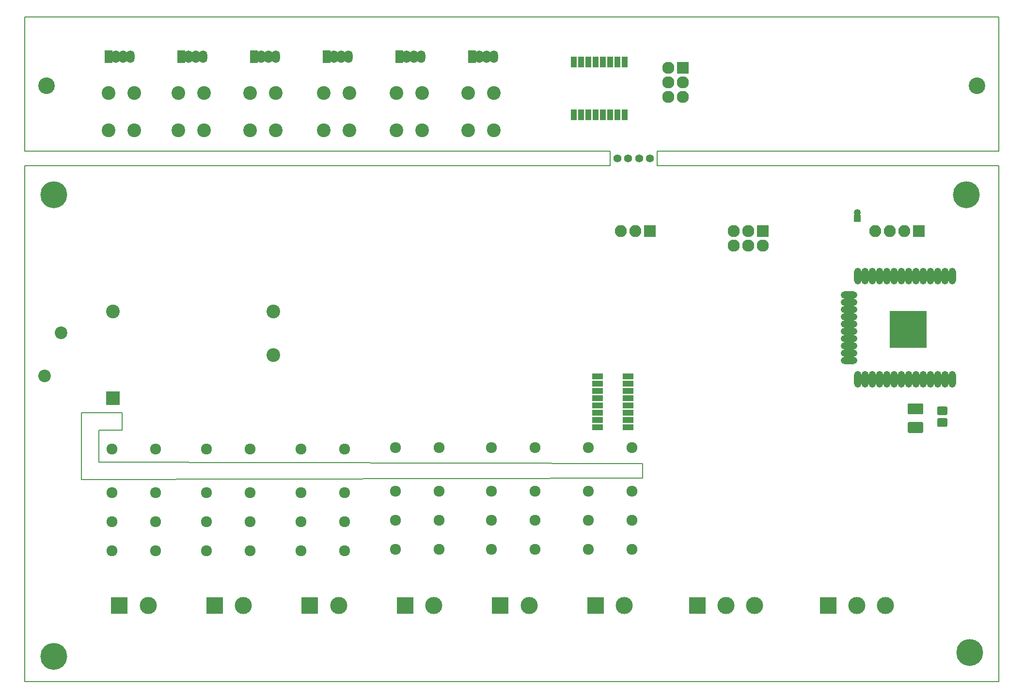
<source format=gbr>
%TF.GenerationSoftware,KiCad,Pcbnew,(5.0.0)*%
%TF.CreationDate,2018-09-12T13:39:33+01:00*%
%TF.ProjectId,AquaHub,417175614875622E6B696361645F7063,rev?*%
%TF.SameCoordinates,Original*%
%TF.FileFunction,Soldermask,Bot*%
%TF.FilePolarity,Negative*%
%FSLAX46Y46*%
G04 Gerber Fmt 4.6, Leading zero omitted, Abs format (unit mm)*
G04 Created by KiCad (PCBNEW (5.0.0)) date 09/12/18 13:39:33*
%MOMM*%
%LPD*%
G01*
G04 APERTURE LIST*
%ADD10C,0.200000*%
%ADD11C,2.200000*%
%ADD12R,2.127200X2.127200*%
%ADD13O,2.127200X2.127200*%
%ADD14R,1.000000X1.900000*%
%ADD15O,1.470000X2.200000*%
%ADD16R,1.470000X2.200000*%
%ADD17C,2.400000*%
%ADD18R,2.400000X2.400000*%
%ADD19O,2.100000X2.100000*%
%ADD20R,2.100000X2.100000*%
%ADD21C,1.924000*%
%ADD22C,4.700000*%
%ADD23R,1.900000X1.000000*%
%ADD24C,0.150000*%
%ADD25C,1.550000*%
%ADD26C,1.900000*%
%ADD27C,2.900000*%
%ADD28C,1.400000*%
%ADD29C,3.000000*%
%ADD30R,3.000000X3.000000*%
%ADD31O,1.300000X2.900000*%
%ADD32O,2.900000X1.300000*%
%ADD33R,6.400000X6.400000*%
%ADD34R,1.250000X1.250000*%
%ADD35O,1.250000X1.250000*%
G04 APERTURE END LIST*
D10*
X55118000Y-106680000D02*
X48006000Y-106680000D01*
X55118000Y-109728000D02*
X55118000Y-106680000D01*
X51054000Y-109728000D02*
X55118000Y-109728000D01*
X146050000Y-115570000D02*
X146050000Y-118110000D01*
X140335000Y-63500000D02*
X140335000Y-60960000D01*
X148590000Y-60960000D02*
X148590000Y-63500000D01*
X148590000Y-63500000D02*
X208280000Y-63500000D01*
X208280000Y-60960000D02*
X148590000Y-60960000D01*
X208280000Y-37465000D02*
X208280000Y-60960000D01*
X38100000Y-37465000D02*
X208280000Y-37465000D01*
X38100000Y-60960000D02*
X38100000Y-37465000D01*
X140335000Y-60960000D02*
X38100000Y-60960000D01*
X48006000Y-118364000D02*
X48006000Y-106680000D01*
X146050000Y-118110000D02*
X48006000Y-118364000D01*
X51054000Y-115316000D02*
X146050000Y-115570000D01*
X51054000Y-109728000D02*
X51054000Y-115316000D01*
X38100000Y-153670000D02*
X208280000Y-153670000D01*
X38100000Y-63500000D02*
X38100000Y-153670000D01*
X140335000Y-63500000D02*
X38100000Y-63500000D01*
X208280000Y-63500000D02*
X208280000Y-153670000D01*
D11*
X41550000Y-100210000D03*
X44450000Y-92710000D03*
D12*
X153035000Y-46355000D03*
D13*
X150495000Y-46355000D03*
X153035000Y-48895000D03*
X150495000Y-48895000D03*
X153035000Y-51435000D03*
X150495000Y-51435000D03*
D14*
X142875000Y-54610000D03*
X141605000Y-54610000D03*
X140335000Y-54610000D03*
X139065000Y-54610000D03*
X137795000Y-54610000D03*
X136525000Y-54610000D03*
X135255000Y-54610000D03*
X133985000Y-54610000D03*
X133985000Y-45310000D03*
X135255000Y-45310000D03*
X136525000Y-45310000D03*
X137795000Y-45310000D03*
X139065000Y-45310000D03*
X140335000Y-45310000D03*
X141605000Y-45310000D03*
X142875000Y-45310000D03*
D13*
X161925000Y-77470000D03*
X161925000Y-74930000D03*
X164465000Y-77470000D03*
X164465000Y-74930000D03*
X167005000Y-77470000D03*
D12*
X167005000Y-74930000D03*
D15*
X120015000Y-44450000D03*
X118745000Y-44450000D03*
X117475000Y-44450000D03*
D16*
X116205000Y-44450000D03*
D17*
X115515000Y-50800000D03*
X120015000Y-50800000D03*
X115515000Y-57300000D03*
X120015000Y-57300000D03*
X69365000Y-57300000D03*
X64865000Y-57300000D03*
X69365000Y-50800000D03*
X64865000Y-50800000D03*
X81453344Y-88927320D03*
X81452344Y-96547320D03*
X53465000Y-88927320D03*
D18*
X53465000Y-104140000D03*
D19*
X142240000Y-74930000D03*
X144780000Y-74930000D03*
D20*
X147320000Y-74930000D03*
D21*
X60960000Y-113030000D03*
X60960000Y-120650000D03*
X60960000Y-125730000D03*
X60960000Y-130810000D03*
X53340000Y-130810000D03*
X53340000Y-125730000D03*
X53340000Y-120650000D03*
X53340000Y-113030000D03*
X77470000Y-113030000D03*
X77470000Y-120650000D03*
X77470000Y-125730000D03*
X77470000Y-130810000D03*
X69850000Y-130810000D03*
X69850000Y-125730000D03*
X69850000Y-120650000D03*
X69850000Y-113030000D03*
X93980000Y-113030000D03*
X93980000Y-120650000D03*
X93980000Y-125730000D03*
X93980000Y-130810000D03*
X86360000Y-130810000D03*
X86360000Y-125730000D03*
X86360000Y-120650000D03*
X86360000Y-113030000D03*
X110490000Y-112776000D03*
X110490000Y-120396000D03*
X110490000Y-125476000D03*
X110490000Y-130556000D03*
X102870000Y-130556000D03*
X102870000Y-125476000D03*
X102870000Y-120396000D03*
X102870000Y-112776000D03*
X127254000Y-112776000D03*
X127254000Y-120396000D03*
X127254000Y-125476000D03*
X127254000Y-130556000D03*
X119634000Y-130556000D03*
X119634000Y-125476000D03*
X119634000Y-120396000D03*
X119634000Y-112776000D03*
X144145000Y-112776000D03*
X144145000Y-120396000D03*
X144145000Y-125476000D03*
X144145000Y-130556000D03*
X136525000Y-130556000D03*
X136525000Y-125476000D03*
X136525000Y-120396000D03*
X136525000Y-112776000D03*
D22*
X43180000Y-68580000D03*
X43180000Y-149225000D03*
X202565000Y-68580000D03*
X203200000Y-148590000D03*
D23*
X138110000Y-100330000D03*
X138110000Y-101600000D03*
X138110000Y-102870000D03*
X138110000Y-104140000D03*
X138110000Y-105410000D03*
X138110000Y-106680000D03*
X138110000Y-107950000D03*
X138110000Y-109220000D03*
X143510000Y-109220000D03*
X143510000Y-107950000D03*
X143510000Y-106680000D03*
X143510000Y-105410000D03*
X143510000Y-104140000D03*
X143510000Y-102870000D03*
X143510000Y-101600000D03*
X143510000Y-100330000D03*
D19*
X186690000Y-74930000D03*
X189230000Y-74930000D03*
X191770000Y-74930000D03*
D20*
X194310000Y-74930000D03*
D24*
G36*
X198961071Y-107566623D02*
X198993781Y-107571475D01*
X199025857Y-107579509D01*
X199056991Y-107590649D01*
X199086884Y-107604787D01*
X199115247Y-107621787D01*
X199141807Y-107641485D01*
X199166308Y-107663692D01*
X199188515Y-107688193D01*
X199208213Y-107714753D01*
X199225213Y-107743116D01*
X199239351Y-107773009D01*
X199250491Y-107804143D01*
X199258525Y-107836219D01*
X199263377Y-107868929D01*
X199265000Y-107901956D01*
X199265000Y-108778044D01*
X199263377Y-108811071D01*
X199258525Y-108843781D01*
X199250491Y-108875857D01*
X199239351Y-108906991D01*
X199225213Y-108936884D01*
X199208213Y-108965247D01*
X199188515Y-108991807D01*
X199166308Y-109016308D01*
X199141807Y-109038515D01*
X199115247Y-109058213D01*
X199086884Y-109075213D01*
X199056991Y-109089351D01*
X199025857Y-109100491D01*
X198993781Y-109108525D01*
X198961071Y-109113377D01*
X198928044Y-109115000D01*
X197801956Y-109115000D01*
X197768929Y-109113377D01*
X197736219Y-109108525D01*
X197704143Y-109100491D01*
X197673009Y-109089351D01*
X197643116Y-109075213D01*
X197614753Y-109058213D01*
X197588193Y-109038515D01*
X197563692Y-109016308D01*
X197541485Y-108991807D01*
X197521787Y-108965247D01*
X197504787Y-108936884D01*
X197490649Y-108906991D01*
X197479509Y-108875857D01*
X197471475Y-108843781D01*
X197466623Y-108811071D01*
X197465000Y-108778044D01*
X197465000Y-107901956D01*
X197466623Y-107868929D01*
X197471475Y-107836219D01*
X197479509Y-107804143D01*
X197490649Y-107773009D01*
X197504787Y-107743116D01*
X197521787Y-107714753D01*
X197541485Y-107688193D01*
X197563692Y-107663692D01*
X197588193Y-107641485D01*
X197614753Y-107621787D01*
X197643116Y-107604787D01*
X197673009Y-107590649D01*
X197704143Y-107579509D01*
X197736219Y-107571475D01*
X197768929Y-107566623D01*
X197801956Y-107565000D01*
X198928044Y-107565000D01*
X198961071Y-107566623D01*
X198961071Y-107566623D01*
G37*
D25*
X198365000Y-108340000D03*
D24*
G36*
X198961071Y-105516623D02*
X198993781Y-105521475D01*
X199025857Y-105529509D01*
X199056991Y-105540649D01*
X199086884Y-105554787D01*
X199115247Y-105571787D01*
X199141807Y-105591485D01*
X199166308Y-105613692D01*
X199188515Y-105638193D01*
X199208213Y-105664753D01*
X199225213Y-105693116D01*
X199239351Y-105723009D01*
X199250491Y-105754143D01*
X199258525Y-105786219D01*
X199263377Y-105818929D01*
X199265000Y-105851956D01*
X199265000Y-106728044D01*
X199263377Y-106761071D01*
X199258525Y-106793781D01*
X199250491Y-106825857D01*
X199239351Y-106856991D01*
X199225213Y-106886884D01*
X199208213Y-106915247D01*
X199188515Y-106941807D01*
X199166308Y-106966308D01*
X199141807Y-106988515D01*
X199115247Y-107008213D01*
X199086884Y-107025213D01*
X199056991Y-107039351D01*
X199025857Y-107050491D01*
X198993781Y-107058525D01*
X198961071Y-107063377D01*
X198928044Y-107065000D01*
X197801956Y-107065000D01*
X197768929Y-107063377D01*
X197736219Y-107058525D01*
X197704143Y-107050491D01*
X197673009Y-107039351D01*
X197643116Y-107025213D01*
X197614753Y-107008213D01*
X197588193Y-106988515D01*
X197563692Y-106966308D01*
X197541485Y-106941807D01*
X197521787Y-106915247D01*
X197504787Y-106886884D01*
X197490649Y-106856991D01*
X197479509Y-106825857D01*
X197471475Y-106793781D01*
X197466623Y-106761071D01*
X197465000Y-106728044D01*
X197465000Y-105851956D01*
X197466623Y-105818929D01*
X197471475Y-105786219D01*
X197479509Y-105754143D01*
X197490649Y-105723009D01*
X197504787Y-105693116D01*
X197521787Y-105664753D01*
X197541485Y-105638193D01*
X197563692Y-105613692D01*
X197588193Y-105591485D01*
X197614753Y-105571787D01*
X197643116Y-105554787D01*
X197673009Y-105540649D01*
X197704143Y-105529509D01*
X197736219Y-105521475D01*
X197768929Y-105516623D01*
X197801956Y-105515000D01*
X198928044Y-105515000D01*
X198961071Y-105516623D01*
X198961071Y-105516623D01*
G37*
D25*
X198365000Y-106290000D03*
D24*
G36*
X194764372Y-108271525D02*
X194795112Y-108276085D01*
X194825257Y-108283636D01*
X194854516Y-108294105D01*
X194882609Y-108307392D01*
X194909264Y-108323368D01*
X194934224Y-108341880D01*
X194957250Y-108362750D01*
X194978120Y-108385776D01*
X194996632Y-108410736D01*
X195012608Y-108437391D01*
X195025895Y-108465484D01*
X195036364Y-108494743D01*
X195043915Y-108524888D01*
X195048475Y-108555628D01*
X195050000Y-108586667D01*
X195050000Y-109853333D01*
X195048475Y-109884372D01*
X195043915Y-109915112D01*
X195036364Y-109945257D01*
X195025895Y-109974516D01*
X195012608Y-110002609D01*
X194996632Y-110029264D01*
X194978120Y-110054224D01*
X194957250Y-110077250D01*
X194934224Y-110098120D01*
X194909264Y-110116632D01*
X194882609Y-110132608D01*
X194854516Y-110145895D01*
X194825257Y-110156364D01*
X194795112Y-110163915D01*
X194764372Y-110168475D01*
X194733333Y-110170000D01*
X192616667Y-110170000D01*
X192585628Y-110168475D01*
X192554888Y-110163915D01*
X192524743Y-110156364D01*
X192495484Y-110145895D01*
X192467391Y-110132608D01*
X192440736Y-110116632D01*
X192415776Y-110098120D01*
X192392750Y-110077250D01*
X192371880Y-110054224D01*
X192353368Y-110029264D01*
X192337392Y-110002609D01*
X192324105Y-109974516D01*
X192313636Y-109945257D01*
X192306085Y-109915112D01*
X192301525Y-109884372D01*
X192300000Y-109853333D01*
X192300000Y-108586667D01*
X192301525Y-108555628D01*
X192306085Y-108524888D01*
X192313636Y-108494743D01*
X192324105Y-108465484D01*
X192337392Y-108437391D01*
X192353368Y-108410736D01*
X192371880Y-108385776D01*
X192392750Y-108362750D01*
X192415776Y-108341880D01*
X192440736Y-108323368D01*
X192467391Y-108307392D01*
X192495484Y-108294105D01*
X192524743Y-108283636D01*
X192554888Y-108276085D01*
X192585628Y-108271525D01*
X192616667Y-108270000D01*
X194733333Y-108270000D01*
X194764372Y-108271525D01*
X194764372Y-108271525D01*
G37*
D26*
X193675000Y-109220000D03*
D24*
G36*
X194764372Y-105021525D02*
X194795112Y-105026085D01*
X194825257Y-105033636D01*
X194854516Y-105044105D01*
X194882609Y-105057392D01*
X194909264Y-105073368D01*
X194934224Y-105091880D01*
X194957250Y-105112750D01*
X194978120Y-105135776D01*
X194996632Y-105160736D01*
X195012608Y-105187391D01*
X195025895Y-105215484D01*
X195036364Y-105244743D01*
X195043915Y-105274888D01*
X195048475Y-105305628D01*
X195050000Y-105336667D01*
X195050000Y-106603333D01*
X195048475Y-106634372D01*
X195043915Y-106665112D01*
X195036364Y-106695257D01*
X195025895Y-106724516D01*
X195012608Y-106752609D01*
X194996632Y-106779264D01*
X194978120Y-106804224D01*
X194957250Y-106827250D01*
X194934224Y-106848120D01*
X194909264Y-106866632D01*
X194882609Y-106882608D01*
X194854516Y-106895895D01*
X194825257Y-106906364D01*
X194795112Y-106913915D01*
X194764372Y-106918475D01*
X194733333Y-106920000D01*
X192616667Y-106920000D01*
X192585628Y-106918475D01*
X192554888Y-106913915D01*
X192524743Y-106906364D01*
X192495484Y-106895895D01*
X192467391Y-106882608D01*
X192440736Y-106866632D01*
X192415776Y-106848120D01*
X192392750Y-106827250D01*
X192371880Y-106804224D01*
X192353368Y-106779264D01*
X192337392Y-106752609D01*
X192324105Y-106724516D01*
X192313636Y-106695257D01*
X192306085Y-106665112D01*
X192301525Y-106634372D01*
X192300000Y-106603333D01*
X192300000Y-105336667D01*
X192301525Y-105305628D01*
X192306085Y-105274888D01*
X192313636Y-105244743D01*
X192324105Y-105215484D01*
X192337392Y-105187391D01*
X192353368Y-105160736D01*
X192371880Y-105135776D01*
X192392750Y-105112750D01*
X192415776Y-105091880D01*
X192440736Y-105073368D01*
X192467391Y-105057392D01*
X192495484Y-105044105D01*
X192524743Y-105033636D01*
X192554888Y-105026085D01*
X192585628Y-105021525D01*
X192616667Y-105020000D01*
X194733333Y-105020000D01*
X194764372Y-105021525D01*
X194764372Y-105021525D01*
G37*
D26*
X193675000Y-105970000D03*
D15*
X107315000Y-44450000D03*
X106045000Y-44450000D03*
X104775000Y-44450000D03*
D16*
X103505000Y-44450000D03*
D15*
X94615000Y-44450000D03*
X93345000Y-44450000D03*
X92075000Y-44450000D03*
D16*
X90805000Y-44450000D03*
D15*
X81915000Y-44450000D03*
X80645000Y-44450000D03*
X79375000Y-44450000D03*
D16*
X78105000Y-44450000D03*
D15*
X69215000Y-44450000D03*
X67945000Y-44450000D03*
X66675000Y-44450000D03*
D16*
X65405000Y-44450000D03*
D15*
X56515000Y-44450000D03*
X55245000Y-44450000D03*
X53975000Y-44450000D03*
D16*
X52705000Y-44450000D03*
D27*
X204470000Y-49530000D03*
X41910000Y-49530000D03*
D17*
X102965000Y-50800000D03*
X107465000Y-50800000D03*
X102965000Y-57300000D03*
X107465000Y-57300000D03*
X94765000Y-57300000D03*
X90265000Y-57300000D03*
X94765000Y-50800000D03*
X90265000Y-50800000D03*
X77415000Y-50800000D03*
X81915000Y-50800000D03*
X77415000Y-57300000D03*
X81915000Y-57300000D03*
X57205000Y-57300000D03*
X52705000Y-57300000D03*
X57205000Y-50800000D03*
X52705000Y-50800000D03*
D28*
X147320000Y-62230000D03*
X145415000Y-62230000D03*
X143510000Y-62230000D03*
X141605000Y-62230000D03*
D29*
X92884000Y-140335000D03*
D30*
X87884000Y-140335000D03*
X104521000Y-140335000D03*
D29*
X109521000Y-140335000D03*
X126158000Y-140335000D03*
D30*
X121158000Y-140335000D03*
D29*
X59610000Y-140335000D03*
D30*
X54610000Y-140335000D03*
X178435000Y-140335000D03*
D29*
X183435000Y-140335000D03*
X188435000Y-140335000D03*
D31*
X200105000Y-82775000D03*
X198835000Y-82775000D03*
X197565000Y-82775000D03*
X196295000Y-82775000D03*
X195025000Y-82775000D03*
X193755000Y-82775000D03*
X192485000Y-82775000D03*
X191215000Y-82775000D03*
X189945000Y-82775000D03*
X188675000Y-82775000D03*
X187405000Y-82775000D03*
X186135000Y-82775000D03*
X184865000Y-82775000D03*
X183595000Y-82775000D03*
D32*
X182105000Y-86060000D03*
X182105000Y-87330000D03*
X182105000Y-88600000D03*
X182105000Y-89870000D03*
X182105000Y-91140000D03*
X182105000Y-92410000D03*
X182105000Y-93680000D03*
X182105000Y-94950000D03*
X182105000Y-96220000D03*
X182105000Y-97490000D03*
D31*
X183595000Y-100775000D03*
X184865000Y-100775000D03*
X186135000Y-100775000D03*
X187405000Y-100775000D03*
X188675000Y-100775000D03*
X189945000Y-100775000D03*
X191215000Y-100775000D03*
X192485000Y-100775000D03*
X193755000Y-100775000D03*
X195025000Y-100775000D03*
X196295000Y-100775000D03*
X197565000Y-100775000D03*
X198835000Y-100775000D03*
X200105000Y-100775000D03*
D33*
X192405000Y-92075000D03*
D29*
X76247000Y-140335000D03*
D30*
X71247000Y-140335000D03*
X137795000Y-140335000D03*
D29*
X142795000Y-140335000D03*
D30*
X155575000Y-140335000D03*
D29*
X160575000Y-140335000D03*
X165575000Y-140335000D03*
D34*
X183515000Y-72660000D03*
D35*
X183515000Y-71660000D03*
M02*

</source>
